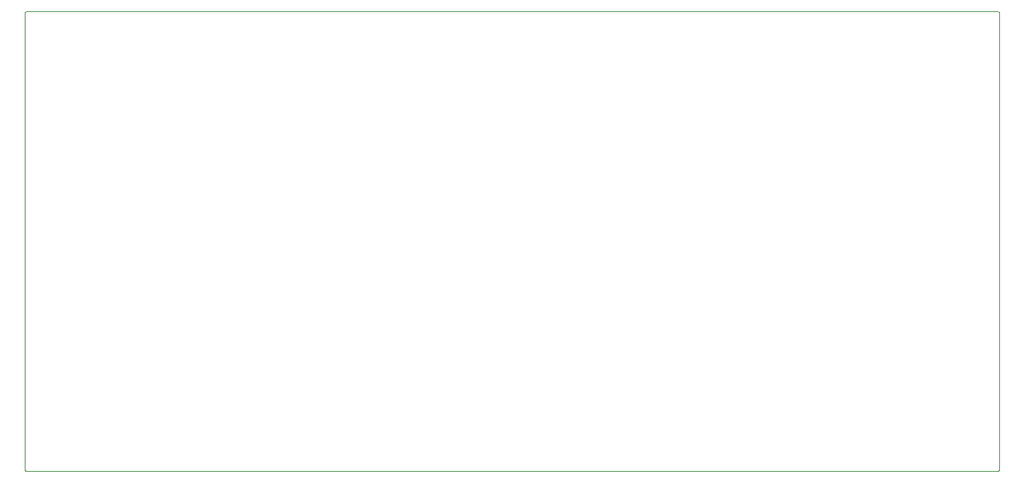
<source format=gbr>
%TF.GenerationSoftware,KiCad,Pcbnew,7.0.2-6a45011f42~172~ubuntu22.04.1*%
%TF.CreationDate,2023-05-03T10:24:55-07:00*%
%TF.ProjectId,hackathon-2022,6861636b-6174-4686-9f6e-2d323032322e,rev?*%
%TF.SameCoordinates,Original*%
%TF.FileFunction,Profile,NP*%
%FSLAX46Y46*%
G04 Gerber Fmt 4.6, Leading zero omitted, Abs format (unit mm)*
G04 Created by KiCad (PCBNEW 7.0.2-6a45011f42~172~ubuntu22.04.1) date 2023-05-03 10:24:55*
%MOMM*%
%LPD*%
G01*
G04 APERTURE LIST*
%TA.AperFunction,Profile*%
%ADD10C,0.050000*%
%TD*%
G04 APERTURE END LIST*
D10*
X194345671Y-82019030D02*
X194298773Y-82004804D01*
X194250000Y-82000000D02*
X84750000Y-82000000D01*
X84542133Y-133888893D02*
X84573223Y-133926777D01*
X194480970Y-82154329D02*
X194457867Y-82111107D01*
X84519030Y-82154329D02*
X84504804Y-82201227D01*
X194426777Y-133926777D02*
X194457867Y-133888893D01*
X194457867Y-82111107D02*
X194426777Y-82073223D01*
X194480970Y-133845671D02*
X194495196Y-133798773D01*
X194495196Y-133798773D02*
X194500000Y-133750000D01*
X194495196Y-82201227D02*
X194480970Y-82154329D01*
X84654329Y-133980970D02*
X84701227Y-133995196D01*
X84542133Y-82111107D02*
X84519030Y-82154329D01*
X194298773Y-133995196D02*
X194345671Y-133980970D01*
X194388893Y-82042133D02*
X194345671Y-82019030D01*
X84504804Y-133798773D02*
X84519030Y-133845671D01*
X84500000Y-133750000D02*
X84504804Y-133798773D01*
X194388893Y-133957867D02*
X194426777Y-133926777D01*
X84750000Y-134000000D02*
X194250000Y-134000000D01*
X84611107Y-133957867D02*
X84654329Y-133980970D01*
X194345671Y-133980970D02*
X194388893Y-133957867D01*
X84701227Y-82004804D02*
X84654329Y-82019030D01*
X84701227Y-133995196D02*
X84750000Y-134000000D01*
X194298773Y-82004804D02*
X194250000Y-82000000D01*
X84519030Y-133845671D02*
X84542133Y-133888893D01*
X84504804Y-82201227D02*
X84500000Y-82250000D01*
X194500000Y-82250000D02*
X194495196Y-82201227D01*
X194500000Y-133750000D02*
X194500000Y-82250000D01*
X84750000Y-82000000D02*
X84701227Y-82004804D01*
X84500000Y-82250000D02*
X84500000Y-133750000D01*
X194250000Y-134000000D02*
X194298773Y-133995196D01*
X84611107Y-82042133D02*
X84573223Y-82073223D01*
X194457867Y-133888893D02*
X194480970Y-133845671D01*
X84573223Y-82073223D02*
X84542133Y-82111107D01*
X84573223Y-133926777D02*
X84611107Y-133957867D01*
X84654329Y-82019030D02*
X84611107Y-82042133D01*
X194426777Y-82073223D02*
X194388893Y-82042133D01*
M02*

</source>
